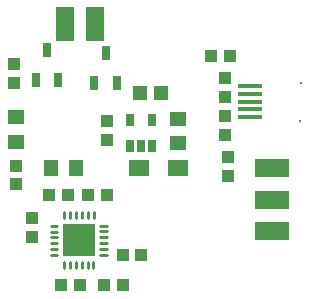
<source format=gtp>
G04 ---------------------------- Layer name :TOP PASTER LAYER*
G04 EasyEDA v5.6.15, Thu, 26 Jul 2018 23:14:09 GMT*
G04 c86fb450fb884ade9fd06fb8d4d9ff78*
G04 Gerber Generator version 0.2*
G04 Scale: 100 percent, Rotated: No, Reflected: No *
G04 Dimensions in inches *
G04 leading zeros omitted , absolute positions ,2 integer and 4 decimal *
%FSLAX24Y24*%
%MOIN*%
G90*
G70D02*

%ADD10C,0.010000*%
%ADD15C,0.011024*%
%ADD17R,0.105512X0.105512*%
%ADD18R,0.039370X0.043307*%
%ADD19R,0.078740X0.017717*%
%ADD20R,0.027559X0.049213*%
%ADD21R,0.043307X0.039370*%
%ADD22R,0.071500X0.053500*%
%ADD23R,0.055100X0.051200*%
%ADD24R,0.118110X0.059055*%
%ADD25R,0.025591X0.041732*%
%ADD26R,0.057870X0.045670*%
%ADD27R,0.047244X0.047244*%
%ADD28R,0.059055X0.118110*%
%ADD29R,0.051200X0.055100*%

%LPD*%
G54D15*
G01X1776Y2474D02*
G01X1981Y2474D01*
G01X1776Y2276D02*
G01X1981Y2276D01*
G01X1776Y2080D02*
G01X1981Y2080D01*
G01X1776Y1884D02*
G01X1981Y1884D01*
G01X1776Y1687D02*
G01X1981Y1687D01*
G01X1776Y1490D02*
G01X1981Y1490D01*
G01X2219Y1256D02*
G01X2219Y1051D01*
G01X2416Y1256D02*
G01X2416Y1051D01*
G01X2613Y1256D02*
G01X2613Y1051D01*
G01X2809Y1256D02*
G01X2809Y1051D01*
G01X3005Y1256D02*
G01X3005Y1051D01*
G01X3203Y1256D02*
G01X3203Y1051D01*
G01X3436Y1494D02*
G01X3641Y1494D01*
G01X3436Y1691D02*
G01X3641Y1691D01*
G01X3436Y1888D02*
G01X3641Y1888D01*
G01X3436Y2084D02*
G01X3641Y2084D01*
G01X3436Y2280D02*
G01X3641Y2280D01*
G01X3436Y2478D02*
G01X3641Y2478D01*
G01X3209Y2926D02*
G01X3209Y2721D01*
G01X3012Y2926D02*
G01X3012Y2721D01*
G01X2815Y2926D02*
G01X2815Y2721D01*
G01X2619Y2926D02*
G01X2619Y2721D01*
G01X2422Y2926D02*
G01X2422Y2721D01*
G01X2225Y2926D02*
G01X2225Y2721D01*
G54D17*
G01X2709Y1984D03*
G54D18*
G01X2753Y484D03*
G01X2123Y484D03*
G01X4803Y1484D03*
G01X4173Y1484D03*
G01X3565Y483D03*
G01X4195Y483D03*
G01X3643Y3504D03*
G01X3013Y3504D03*
G54D19*
G01X8413Y7121D03*
G01X8413Y6865D03*
G01X8413Y6609D03*
G01X8413Y6353D03*
G01X8413Y6098D03*
G54D10*
G01X10110Y7242D03*
G01X10104Y5951D03*
G54D20*
G01X1659Y8326D03*
G01X2032Y7342D03*
G01X1285Y7342D03*
G54D21*
G01X7578Y6128D03*
G01X7578Y5498D03*
G01X7579Y6760D03*
G01X7579Y7390D03*
G01X7688Y4768D03*
G01X7688Y4138D03*
G54D22*
G01X6009Y4393D03*
G01X4719Y4393D03*
G54D23*
G01X609Y5276D03*
G01X609Y6103D03*
G54D24*
G01X9159Y2284D03*
G01X9159Y4384D03*
G01X9159Y3334D03*
G54D20*
G01X3609Y8216D03*
G01X3982Y7232D03*
G01X3235Y7232D03*
G54D25*
G01X4409Y5134D03*
G01X4782Y5134D03*
G01X5157Y5134D03*
G01X5157Y6000D03*
G01X4409Y6000D03*
G54D26*
G01X6009Y5234D03*
G01X6009Y6034D03*
G54D27*
G01X4759Y6884D03*
G01X5467Y6884D03*
G54D21*
G01X3659Y5340D03*
G01X3659Y5970D03*
G01X608Y4478D03*
G01X608Y3848D03*
G54D18*
G01X2343Y3504D03*
G01X1713Y3504D03*
G54D21*
G01X1158Y2728D03*
G01X1158Y2098D03*
G54D28*
G01X2259Y9184D03*
G54D18*
G01X7115Y8133D03*
G01X7745Y8133D03*
G54D29*
G01X1801Y4383D03*
G01X2628Y4383D03*
G54D21*
G01X559Y7240D03*
G01X559Y7870D03*
G54D28*
G01X3259Y9184D03*
M00*
M02*

</source>
